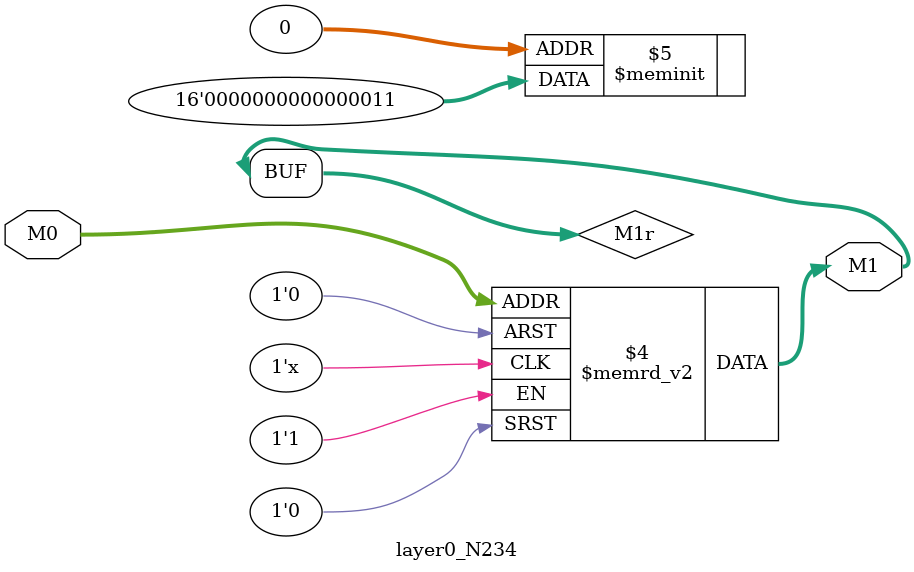
<source format=v>
module layer0_N234 ( input [2:0] M0, output [1:0] M1 );

	(*rom_style = "distributed" *) reg [1:0] M1r;
	assign M1 = M1r;
	always @ (M0) begin
		case (M0)
			3'b000: M1r = 2'b11;
			3'b100: M1r = 2'b00;
			3'b010: M1r = 2'b00;
			3'b110: M1r = 2'b00;
			3'b001: M1r = 2'b00;
			3'b101: M1r = 2'b00;
			3'b011: M1r = 2'b00;
			3'b111: M1r = 2'b00;

		endcase
	end
endmodule

</source>
